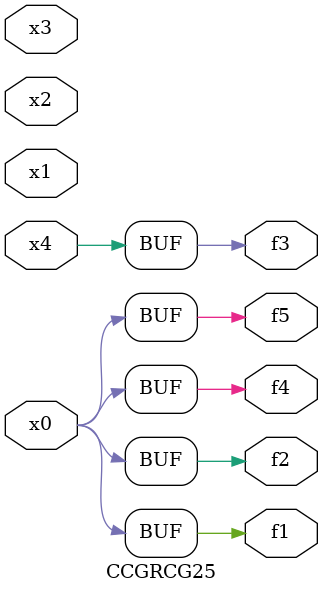
<source format=v>
module CCGRCG25(
	input x0, x1, x2, x3, x4,
	output f1, f2, f3, f4, f5
);
	assign f1 = x0;
	assign f2 = x0;
	assign f3 = x4;
	assign f4 = x0;
	assign f5 = x0;
endmodule

</source>
